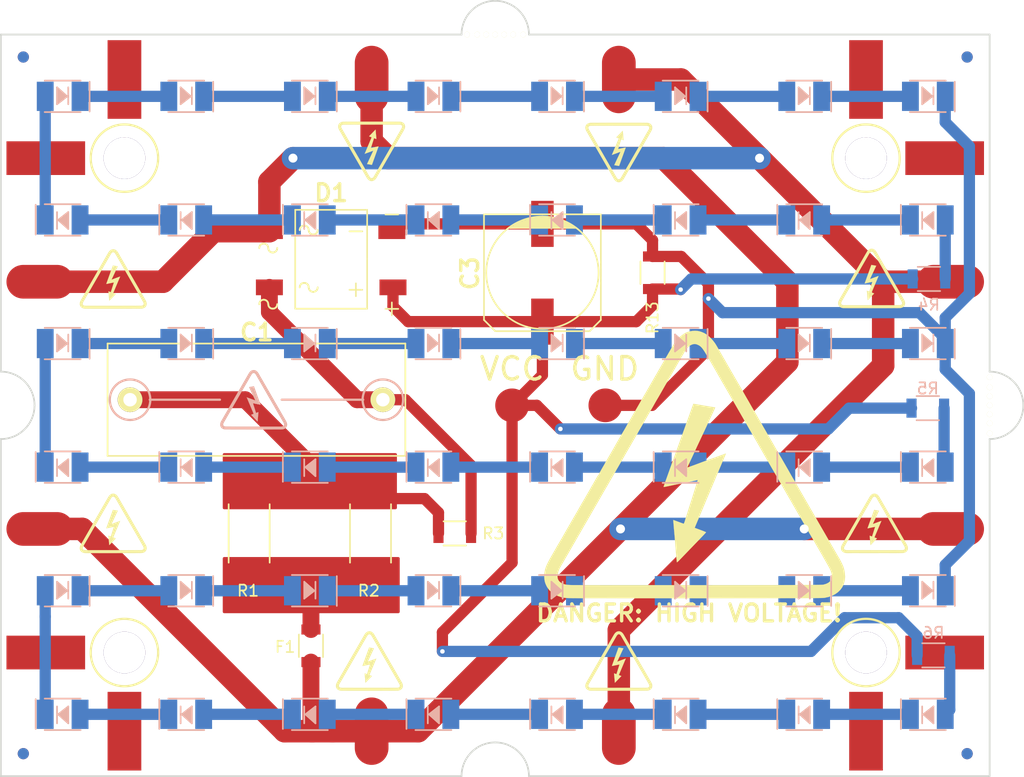
<source format=kicad_pcb>
(kicad_pcb (version 4) (host pcbnew 4.0.1-stable)
  (layers (0 F.Cu signal) (31 B.Cu signal) (34 B.Paste user) (35 F.Paste user) (36 B.SilkS user) (37 F.SilkS user) (38 B.Mask user) (39 F.Mask user) (44 Edge.Cuts user))
  (net 0 "")
  (net 1 "Net-(C1-Pad1)")
  (net 2 /LIVE)
  (net 3 VCC)
  (net 4 GND)
  (net 5 "Net-(D2-Pad1)")
  (net 6 "Net-(D3-Pad1)")
  (net 7 "Net-(D4-Pad1)")
  (net 8 "Net-(D5-Pad1)")
  (net 9 "Net-(D6-Pad1)")
  (net 10 "Net-(D7-Pad1)")
  (net 11 "Net-(D8-Pad1)")
  (net 12 "Net-(D18-Pad1)")
  (net 13 "Net-(D19-Pad1)")
  (net 14 "Net-(D20-Pad1)")
  (net 15 "Net-(D21-Pad1)")
  (net 16 "Net-(D22-Pad1)")
  (net 17 "Net-(D23-Pad1)")
  (net 18 "Net-(D24-Pad1)")
  (net 19 "Net-(D34-Pad1)")
  (net 20 "Net-(D35-Pad1)")
  (net 21 "Net-(D36-Pad1)")
  (net 22 "Net-(D37-Pad1)")
  (net 23 "Net-(D38-Pad1)")
  (net 24 "Net-(D39-Pad1)")
  (net 25 "Net-(D40-Pad1)")
  (net 26 /NEUTRAL)
  (net 27 "Net-(C1-Pad2)")
  (net 28 "Net-(D10-Pad2)")
  (net 29 "Net-(D18-Pad2)")
  (net 30 "Net-(D34-Pad2)")
  (net 31 "Net-(F1-Pad2)")
  (net 32 "Net-(D17-Pad2)")
  (net 33 "Net-(D11-Pad2)")
  (net 34 "Net-(D12-Pad2)")
  (net 35 "Net-(D13-Pad2)")
  (net 36 "Net-(D14-Pad2)")
  (net 37 "Net-(D15-Pad2)")
  (net 38 "Net-(D16-Pad2)")
  (net 39 "Net-(D26-Pad2)")
  (net 40 "Net-(D27-Pad2)")
  (net 41 "Net-(D28-Pad2)")
  (net 42 "Net-(D29-Pad2)")
  (net 43 "Net-(D30-Pad2)")
  (net 44 "Net-(D31-Pad2)")
  (net 45 "Net-(D32-Pad2)")
  (net 46 "Net-(D42-Pad2)")
  (net 47 "Net-(D43-Pad2)")
  (net 48 "Net-(D44-Pad2)")
  (net 49 "Net-(D45-Pad2)")
  (net 50 "Net-(D46-Pad2)")
  (net 51 "Net-(D47-Pad2)")
  (net 52 "Net-(D48-Pad2)")
  (net 53 "Net-(D10-Pad1)")
  (net 54 "Net-(D33-Pad2)")
  (net 55 "Net-(D49-Pad2)")
  (module Resistors_SMD:R_1206 (layer F.Cu) (at 140.4 98.4 180)
    (fp_text reference R3 (at -3.425 0 180) (layer F.SilkS))
    (fp_text value 1M hide)
    (pad 1 smd rect (at -1.45 0 180) (size 0.9 1.7) (layers F.Cu F.Paste F.Mask) (net 1 "Net-(C1-Pad1)"))
    (pad 2 smd rect (at 1.45 0 180) (size 0.9 1.7) (layers F.Cu F.Paste F.Mask) (net 27 "Net-(C1-Pad2)"))
  )
  (module Resistors_SMD:R_2512 (layer F.Cu) (at 122.1 98.4 270)
    (fp_text reference R1 (at 5.1 0.1 360) (layer F.SilkS))
    (fp_text value 1k3 hide)
    (pad 1 smd rect (at -3.1 0 270) (size 1 3.2) (layers F.Cu F.Paste F.Mask) (net 27 "Net-(C1-Pad2)"))
    (pad 2 smd rect (at 3.1 0 270) (size 1 3.2) (layers F.Cu F.Paste F.Mask) (net 31 "Net-(F1-Pad2)"))
  )
  (module Resistors_SMD:R_1206 (layer B.Cu) (at 183 109.25)
    (fp_text reference R6 (at 0 -2) (layer B.SilkS) (effects (justify mirror)))
    (fp_text value 330R hide)
    (pad 1 smd rect (at -1.45 0) (size 0.9 1.7) (layers B.Cu B.Paste B.Mask) (net 3 VCC))
    (pad 2 smd rect (at 1.45 0) (size 0.9 1.7) (layers B.Cu B.Paste B.Mask) (net 55 "Net-(D49-Pad2)"))
  )
  (module Footprint_Symbols:High_voltage_icon (layer F.Cu) (at 161.75 92.25)
    (fp_text reference G*** hide)
    (fp_text value LOGO hide)
  )
  (module Local:LED_3528 (layer B.Cu) (at 182.5 92.5)
    (fp_text reference D33 hide)
    (fp_text value UV_LED hide)
    (pad 1 smd rect (at -1.55 0) (size 1.5 2.6) (layers B.Cu B.Paste B.Mask) (net 45 "Net-(D32-Pad2)"))
    (pad 2 smd rect (at 1.55 0) (size 1.5 2.6) (layers B.Cu B.Paste B.Mask) (net 54 "Net-(D33-Pad2)"))
  )
  (module Local:LED_3528 (layer B.Cu) (at 182.5 114.5)
    (fp_text reference D49 hide)
    (fp_text value UV_LED hide)
    (pad 1 smd rect (at -1.55 0) (size 1.5 2.6) (layers B.Cu B.Paste B.Mask) (net 52 "Net-(D48-Pad2)"))
    (pad 2 smd rect (at 1.55 0) (size 1.5 2.6) (layers B.Cu B.Paste B.Mask) (net 55 "Net-(D49-Pad2)"))
  )
  (module Local:LED_3528 (layer B.Cu) (at 171.5 114.5)
    (fp_text reference D48 hide)
    (fp_text value UV_LED hide)
    (pad 1 smd rect (at -1.55 0) (size 1.5 2.6) (layers B.Cu B.Paste B.Mask) (net 51 "Net-(D47-Pad2)"))
    (pad 2 smd rect (at 1.55 0) (size 1.5 2.6) (layers B.Cu B.Paste B.Mask) (net 52 "Net-(D48-Pad2)"))
  )
  (module Local:LED_3528 (layer B.Cu) (at 160.5 114.5)
    (fp_text reference D47 hide)
    (fp_text value UV_LED hide)
    (pad 1 smd rect (at -1.55 0) (size 1.5 2.6) (layers B.Cu B.Paste B.Mask) (net 50 "Net-(D46-Pad2)"))
    (pad 2 smd rect (at 1.55 0) (size 1.5 2.6) (layers B.Cu B.Paste B.Mask) (net 51 "Net-(D47-Pad2)"))
  )
  (module Local:LED_3528 (layer B.Cu) (at 149.5 114.5)
    (fp_text reference D46 hide)
    (fp_text value UV_LED hide)
    (pad 1 smd rect (at -1.55 0) (size 1.5 2.6) (layers B.Cu B.Paste B.Mask) (net 49 "Net-(D45-Pad2)"))
    (pad 2 smd rect (at 1.55 0) (size 1.5 2.6) (layers B.Cu B.Paste B.Mask) (net 50 "Net-(D46-Pad2)"))
  )
  (module Local:LED_3528 (layer B.Cu) (at 138.5 114.5)
    (fp_text reference D45 hide)
    (fp_text value UV_LED hide)
    (pad 1 smd rect (at -1.55 0) (size 1.5 2.6) (layers B.Cu B.Paste B.Mask) (net 48 "Net-(D44-Pad2)"))
    (pad 2 smd rect (at 1.55 0) (size 1.5 2.6) (layers B.Cu B.Paste B.Mask) (net 49 "Net-(D45-Pad2)"))
  )
  (module Local:LED_3528 (layer B.Cu) (at 127.5 114.5)
    (fp_text reference D44 hide)
    (fp_text value UV_LED hide)
    (pad 1 smd rect (at -1.55 0) (size 1.5 2.6) (layers B.Cu B.Paste B.Mask) (net 47 "Net-(D43-Pad2)"))
    (pad 2 smd rect (at 1.55 0) (size 1.5 2.6) (layers B.Cu B.Paste B.Mask) (net 48 "Net-(D44-Pad2)"))
  )
  (module Local:LED_3528 (layer B.Cu) (at 116.5 114.5)
    (fp_text reference D43 hide)
    (fp_text value UV_LED hide)
    (pad 1 smd rect (at -1.55 0) (size 1.5 2.6) (layers B.Cu B.Paste B.Mask) (net 46 "Net-(D42-Pad2)"))
    (pad 2 smd rect (at 1.55 0) (size 1.5 2.6) (layers B.Cu B.Paste B.Mask) (net 47 "Net-(D43-Pad2)"))
  )
  (module Local:LED_3528 (layer B.Cu) (at 105.5 114.5)
    (fp_text reference D42 hide)
    (fp_text value UV_LED hide)
    (pad 1 smd rect (at -1.55 0) (size 1.5 2.6) (layers B.Cu B.Paste B.Mask) (net 30 "Net-(D34-Pad2)"))
    (pad 2 smd rect (at 1.55 0) (size 1.5 2.6) (layers B.Cu B.Paste B.Mask) (net 46 "Net-(D42-Pad2)"))
  )
  (module Local:LED_3528 (layer B.Cu) (at 182.5 103.5 180)
    (fp_text reference D41 hide)
    (fp_text value UV_LED hide)
    (pad 1 smd rect (at -1.55 0 180) (size 1.5 2.6) (layers B.Cu B.Paste B.Mask) (net 4 GND))
    (pad 2 smd rect (at 1.55 0 180) (size 1.5 2.6) (layers B.Cu B.Paste B.Mask) (net 25 "Net-(D40-Pad1)"))
  )
  (module Local:LED_3528 (layer B.Cu) (at 171.5 103.5 180)
    (fp_text reference D40 hide)
    (fp_text value UV_LED hide)
    (pad 1 smd rect (at -1.55 0 180) (size 1.5 2.6) (layers B.Cu B.Paste B.Mask) (net 25 "Net-(D40-Pad1)"))
    (pad 2 smd rect (at 1.55 0 180) (size 1.5 2.6) (layers B.Cu B.Paste B.Mask) (net 24 "Net-(D39-Pad1)"))
  )
  (module Local:LED_3528 (layer B.Cu) (at 160.5 103.5 180)
    (fp_text reference D39 hide)
    (fp_text value UV_LED hide)
    (pad 1 smd rect (at -1.55 0 180) (size 1.5 2.6) (layers B.Cu B.Paste B.Mask) (net 24 "Net-(D39-Pad1)"))
    (pad 2 smd rect (at 1.55 0 180) (size 1.5 2.6) (layers B.Cu B.Paste B.Mask) (net 23 "Net-(D38-Pad1)"))
  )
  (module Local:LED_3528 (layer B.Cu) (at 149.5 103.5 180)
    (fp_text reference D38 hide)
    (fp_text value UV_LED hide)
    (pad 1 smd rect (at -1.55 0 180) (size 1.5 2.6) (layers B.Cu B.Paste B.Mask) (net 23 "Net-(D38-Pad1)"))
    (pad 2 smd rect (at 1.55 0 180) (size 1.5 2.6) (layers B.Cu B.Paste B.Mask) (net 22 "Net-(D37-Pad1)"))
  )
  (module Local:LED_3528 (layer B.Cu) (at 138.5 103.5 180)
    (fp_text reference D37 hide)
    (fp_text value UV_LED hide)
    (pad 1 smd rect (at -1.55 0 180) (size 1.5 2.6) (layers B.Cu B.Paste B.Mask) (net 22 "Net-(D37-Pad1)"))
    (pad 2 smd rect (at 1.55 0 180) (size 1.5 2.6) (layers B.Cu B.Paste B.Mask) (net 21 "Net-(D36-Pad1)"))
  )
  (module Local:LED_3528 (layer B.Cu) (at 127.5 103.5 180)
    (fp_text reference D36 hide)
    (fp_text value UV_LED hide)
    (pad 1 smd rect (at -1.55 0 180) (size 1.5 2.6) (layers B.Cu B.Paste B.Mask) (net 21 "Net-(D36-Pad1)"))
    (pad 2 smd rect (at 1.55 0 180) (size 1.5 2.6) (layers B.Cu B.Paste B.Mask) (net 20 "Net-(D35-Pad1)"))
  )
  (module Local:LED_3528 (layer B.Cu) (at 116.5 103.5 180)
    (fp_text reference D35 hide)
    (fp_text value UV_LED hide)
    (pad 1 smd rect (at -1.55 0 180) (size 1.5 2.6) (layers B.Cu B.Paste B.Mask) (net 20 "Net-(D35-Pad1)"))
    (pad 2 smd rect (at 1.55 0 180) (size 1.5 2.6) (layers B.Cu B.Paste B.Mask) (net 19 "Net-(D34-Pad1)"))
  )
  (module Local:LED_3528 (layer B.Cu) (at 105.5 103.5 180)
    (fp_text reference D34 hide)
    (fp_text value UV_LED hide)
    (pad 1 smd rect (at -1.55 0 180) (size 1.5 2.6) (layers B.Cu B.Paste B.Mask) (net 19 "Net-(D34-Pad1)"))
    (pad 2 smd rect (at 1.55 0 180) (size 1.5 2.6) (layers B.Cu B.Paste B.Mask) (net 30 "Net-(D34-Pad2)"))
  )
  (module Local:LED_3528 (layer B.Cu) (at 171.5 92.5)
    (fp_text reference D32 hide)
    (fp_text value UV_LED hide)
    (pad 1 smd rect (at -1.55 0) (size 1.5 2.6) (layers B.Cu B.Paste B.Mask) (net 44 "Net-(D31-Pad2)"))
    (pad 2 smd rect (at 1.55 0) (size 1.5 2.6) (layers B.Cu B.Paste B.Mask) (net 45 "Net-(D32-Pad2)"))
  )
  (module Local:LED_3528 (layer B.Cu) (at 160.5 92.5)
    (fp_text reference D31 hide)
    (fp_text value UV_LED hide)
    (pad 1 smd rect (at -1.55 0) (size 1.5 2.6) (layers B.Cu B.Paste B.Mask) (net 43 "Net-(D30-Pad2)"))
    (pad 2 smd rect (at 1.55 0) (size 1.5 2.6) (layers B.Cu B.Paste B.Mask) (net 44 "Net-(D31-Pad2)"))
  )
  (module Local:LED_3528 (layer B.Cu) (at 149.5 92.5)
    (fp_text reference D30 hide)
    (fp_text value UV_LED hide)
    (pad 1 smd rect (at -1.55 0) (size 1.5 2.6) (layers B.Cu B.Paste B.Mask) (net 42 "Net-(D29-Pad2)"))
    (pad 2 smd rect (at 1.55 0) (size 1.5 2.6) (layers B.Cu B.Paste B.Mask) (net 43 "Net-(D30-Pad2)"))
  )
  (module Local:LED_3528 (layer B.Cu) (at 138.5 92.5)
    (fp_text reference D29 hide)
    (fp_text value UV_LED hide)
    (pad 1 smd rect (at -1.55 0) (size 1.5 2.6) (layers B.Cu B.Paste B.Mask) (net 41 "Net-(D28-Pad2)"))
    (pad 2 smd rect (at 1.55 0) (size 1.5 2.6) (layers B.Cu B.Paste B.Mask) (net 42 "Net-(D29-Pad2)"))
  )
  (module Local:LED_3528 (layer B.Cu) (at 127.5 92.5)
    (fp_text reference D28 hide)
    (fp_text value UV_LED hide)
    (pad 1 smd rect (at -1.55 0) (size 1.5 2.6) (layers B.Cu B.Paste B.Mask) (net 40 "Net-(D27-Pad2)"))
    (pad 2 smd rect (at 1.55 0) (size 1.5 2.6) (layers B.Cu B.Paste B.Mask) (net 41 "Net-(D28-Pad2)"))
  )
  (module Local:LED_3528 (layer B.Cu) (at 116.5 92.5)
    (fp_text reference D27 hide)
    (fp_text value UV_LED hide)
    (pad 1 smd rect (at -1.55 0) (size 1.5 2.6) (layers B.Cu B.Paste B.Mask) (net 39 "Net-(D26-Pad2)"))
    (pad 2 smd rect (at 1.55 0) (size 1.5 2.6) (layers B.Cu B.Paste B.Mask) (net 40 "Net-(D27-Pad2)"))
  )
  (module Local:LED_3528 (layer B.Cu) (at 105.5 92.5)
    (fp_text reference D26 hide)
    (fp_text value UV_LED hide)
    (pad 1 smd rect (at -1.55 0) (size 1.5 2.6) (layers B.Cu B.Paste B.Mask) (net 29 "Net-(D18-Pad2)"))
    (pad 2 smd rect (at 1.55 0) (size 1.5 2.6) (layers B.Cu B.Paste B.Mask) (net 39 "Net-(D26-Pad2)"))
  )
  (module Local:LED_3528 (layer B.Cu) (at 182.5 81.5 180)
    (fp_text reference D25 hide)
    (fp_text value UV_LED hide)
    (pad 1 smd rect (at -1.55 0 180) (size 1.5 2.6) (layers B.Cu B.Paste B.Mask) (net 4 GND))
    (pad 2 smd rect (at 1.55 0 180) (size 1.5 2.6) (layers B.Cu B.Paste B.Mask) (net 18 "Net-(D24-Pad1)"))
  )
  (module Local:LED_3528 (layer B.Cu) (at 171.5 81.5 180)
    (fp_text reference D24 hide)
    (fp_text value UV_LED hide)
    (pad 1 smd rect (at -1.55 0 180) (size 1.5 2.6) (layers B.Cu B.Paste B.Mask) (net 18 "Net-(D24-Pad1)"))
    (pad 2 smd rect (at 1.55 0 180) (size 1.5 2.6) (layers B.Cu B.Paste B.Mask) (net 17 "Net-(D23-Pad1)"))
  )
  (module Local:LED_3528 (layer B.Cu) (at 160.5 81.5 180)
    (fp_text reference D23 hide)
    (fp_text value UV_LED hide)
    (pad 1 smd rect (at -1.55 0 180) (size 1.5 2.6) (layers B.Cu B.Paste B.Mask) (net 17 "Net-(D23-Pad1)"))
    (pad 2 smd rect (at 1.55 0 180) (size 1.5 2.6) (layers B.Cu B.Paste B.Mask) (net 16 "Net-(D22-Pad1)"))
  )
  (module Local:LED_3528 (layer B.Cu) (at 149.5 81.5 180)
    (fp_text reference D22 hide)
    (fp_text value UV_LED hide)
    (pad 1 smd rect (at -1.55 0 180) (size 1.5 2.6) (layers B.Cu B.Paste B.Mask) (net 16 "Net-(D22-Pad1)"))
    (pad 2 smd rect (at 1.55 0 180) (size 1.5 2.6) (layers B.Cu B.Paste B.Mask) (net 15 "Net-(D21-Pad1)"))
  )
  (module Local:LED_3528 (layer B.Cu) (at 138.5 81.5 180)
    (fp_text reference D21 hide)
    (fp_text value UV_LED hide)
    (pad 1 smd rect (at -1.55 0 180) (size 1.5 2.6) (layers B.Cu B.Paste B.Mask) (net 15 "Net-(D21-Pad1)"))
    (pad 2 smd rect (at 1.55 0 180) (size 1.5 2.6) (layers B.Cu B.Paste B.Mask) (net 14 "Net-(D20-Pad1)"))
  )
  (module Local:LED_3528 (layer B.Cu) (at 127.5 81.5 180)
    (fp_text reference D20 hide)
    (fp_text value UV_LED hide)
    (pad 1 smd rect (at -1.55 0 180) (size 1.5 2.6) (layers B.Cu B.Paste B.Mask) (net 14 "Net-(D20-Pad1)"))
    (pad 2 smd rect (at 1.55 0 180) (size 1.5 2.6) (layers B.Cu B.Paste B.Mask) (net 13 "Net-(D19-Pad1)"))
  )
  (module Local:LED_3528 (layer B.Cu) (at 116.5 81.5 180)
    (fp_text reference D19 hide)
    (fp_text value UV_LED hide)
    (pad 1 smd rect (at -1.55 0 180) (size 1.5 2.6) (layers B.Cu B.Paste B.Mask) (net 13 "Net-(D19-Pad1)"))
    (pad 2 smd rect (at 1.55 0 180) (size 1.5 2.6) (layers B.Cu B.Paste B.Mask) (net 12 "Net-(D18-Pad1)"))
  )
  (module Local:LED_3528 (layer B.Cu) (at 105.5 81.5 180)
    (fp_text reference D18 hide)
    (fp_text value UV_LED hide)
    (pad 1 smd rect (at -1.55 0 180) (size 1.5 2.6) (layers B.Cu B.Paste B.Mask) (net 12 "Net-(D18-Pad1)"))
    (pad 2 smd rect (at 1.55 0 180) (size 1.5 2.6) (layers B.Cu B.Paste B.Mask) (net 29 "Net-(D18-Pad2)"))
  )
  (module Local:LED_3528 (layer B.Cu) (at 182.5 70.5)
    (fp_text reference D17 hide)
    (fp_text value UV_LED hide)
    (pad 1 smd rect (at -1.55 0) (size 1.5 2.6) (layers B.Cu B.Paste B.Mask) (net 38 "Net-(D16-Pad2)"))
    (pad 2 smd rect (at 1.55 0) (size 1.5 2.6) (layers B.Cu B.Paste B.Mask) (net 32 "Net-(D17-Pad2)"))
  )
  (module Local:LED_3528 (layer B.Cu) (at 171.5 70.5)
    (fp_text reference D16 hide)
    (fp_text value UV_LED hide)
    (pad 1 smd rect (at -1.55 0) (size 1.5 2.6) (layers B.Cu B.Paste B.Mask) (net 37 "Net-(D15-Pad2)"))
    (pad 2 smd rect (at 1.55 0) (size 1.5 2.6) (layers B.Cu B.Paste B.Mask) (net 38 "Net-(D16-Pad2)"))
  )
  (module Local:LED_3528 (layer B.Cu) (at 160.5 70.5)
    (fp_text reference D15 hide)
    (fp_text value UV_LED hide)
    (pad 1 smd rect (at -1.55 0) (size 1.5 2.6) (layers B.Cu B.Paste B.Mask) (net 36 "Net-(D14-Pad2)"))
    (pad 2 smd rect (at 1.55 0) (size 1.5 2.6) (layers B.Cu B.Paste B.Mask) (net 37 "Net-(D15-Pad2)"))
  )
  (module Local:LED_3528 (layer B.Cu) (at 149.5 70.5)
    (fp_text reference D14 hide)
    (fp_text value UV_LED hide)
    (pad 1 smd rect (at -1.55 0) (size 1.5 2.6) (layers B.Cu B.Paste B.Mask) (net 35 "Net-(D13-Pad2)"))
    (pad 2 smd rect (at 1.55 0) (size 1.5 2.6) (layers B.Cu B.Paste B.Mask) (net 36 "Net-(D14-Pad2)"))
  )
  (module Local:LED_3528 (layer B.Cu) (at 138.5 70.5)
    (fp_text reference D13 hide)
    (fp_text value UV_LED hide)
    (pad 1 smd rect (at -1.55 0) (size 1.5 2.6) (layers B.Cu B.Paste B.Mask) (net 34 "Net-(D12-Pad2)"))
    (pad 2 smd rect (at 1.55 0) (size 1.5 2.6) (layers B.Cu B.Paste B.Mask) (net 35 "Net-(D13-Pad2)"))
  )
  (module Local:LED_3528 (layer B.Cu) (at 127.5 70.5)
    (fp_text reference D12 hide)
    (fp_text value UV_LED hide)
    (pad 1 smd rect (at -1.55 0) (size 1.5 2.6) (layers B.Cu B.Paste B.Mask) (net 33 "Net-(D11-Pad2)"))
    (pad 2 smd rect (at 1.55 0) (size 1.5 2.6) (layers B.Cu B.Paste B.Mask) (net 34 "Net-(D12-Pad2)"))
  )
  (module Local:LED_3528 (layer B.Cu) (at 116.5 70.5)
    (fp_text reference D11 hide)
    (fp_text value UV_LED hide)
    (pad 1 smd rect (at -1.55 0) (size 1.5 2.6) (layers B.Cu B.Paste B.Mask) (net 28 "Net-(D10-Pad2)"))
    (pad 2 smd rect (at 1.55 0) (size 1.5 2.6) (layers B.Cu B.Paste B.Mask) (net 33 "Net-(D11-Pad2)"))
  )
  (module Local:LED_3528 (layer B.Cu) (at 105.5 70.5)
    (fp_text reference D10 hide)
    (fp_text value UV_LED hide)
    (pad 1 smd rect (at -1.55 0) (size 1.5 2.6) (layers B.Cu B.Paste B.Mask) (net 53 "Net-(D10-Pad1)"))
    (pad 2 smd rect (at 1.55 0) (size 1.5 2.6) (layers B.Cu B.Paste B.Mask) (net 28 "Net-(D10-Pad2)"))
  )
  (module Local:LED_3528 (layer B.Cu) (at 182.5 59.5 180)
    (fp_text reference D9 hide)
    (fp_text value UV_LED hide)
    (pad 1 smd rect (at -1.55 0 180) (size 1.5 2.6) (layers B.Cu B.Paste B.Mask) (net 4 GND))
    (pad 2 smd rect (at 1.55 0 180) (size 1.5 2.6) (layers B.Cu B.Paste B.Mask) (net 11 "Net-(D8-Pad1)"))
  )
  (module Local:LED_3528 (layer B.Cu) (at 171.5 59.5 180)
    (fp_text reference D8 hide)
    (fp_text value UV_LED hide)
    (pad 1 smd rect (at -1.55 0 180) (size 1.5 2.6) (layers B.Cu B.Paste B.Mask) (net 11 "Net-(D8-Pad1)"))
    (pad 2 smd rect (at 1.55 0 180) (size 1.5 2.6) (layers B.Cu B.Paste B.Mask) (net 10 "Net-(D7-Pad1)"))
  )
  (module Local:LED_3528 (layer B.Cu) (at 160.5 59.5 180)
    (fp_text reference D7 hide)
    (fp_text value UV_LED hide)
    (pad 1 smd rect (at -1.55 0 180) (size 1.5 2.6) (layers B.Cu B.Paste B.Mask) (net 10 "Net-(D7-Pad1)"))
    (pad 2 smd rect (at 1.55 0 180) (size 1.5 2.6) (layers B.Cu B.Paste B.Mask) (net 9 "Net-(D6-Pad1)"))
  )
  (module Local:LED_3528 (layer B.Cu) (at 149.5 59.5 180)
    (fp_text reference D6 hide)
    (fp_text value UV_LED hide)
    (pad 1 smd rect (at -1.55 0 180) (size 1.5 2.6) (layers B.Cu B.Paste B.Mask) (net 9 "Net-(D6-Pad1)"))
    (pad 2 smd rect (at 1.55 0 180) (size 1.5 2.6) (layers B.Cu B.Paste B.Mask) (net 8 "Net-(D5-Pad1)"))
  )
  (module Local:LED_3528 (layer B.Cu) (at 138.5 59.5 180)
    (fp_text reference D5 hide)
    (fp_text value UV_LED hide)
    (pad 1 smd rect (at -1.55 0 180) (size 1.5 2.6) (layers B.Cu B.Paste B.Mask) (net 8 "Net-(D5-Pad1)"))
    (pad 2 smd rect (at 1.55 0 180) (size 1.5 2.6) (layers B.Cu B.Paste B.Mask) (net 7 "Net-(D4-Pad1)"))
  )
  (module Local:LED_3528 (layer B.Cu) (at 127.5 59.5 180)
    (fp_text reference D4 hide)
    (fp_text value UV_LED hide)
    (pad 1 smd rect (at -1.55 0 180) (size 1.5 2.6) (layers B.Cu B.Paste B.Mask) (net 7 "Net-(D4-Pad1)"))
    (pad 2 smd rect (at 1.55 0 180) (size 1.5 2.6) (layers B.Cu B.Paste B.Mask) (net 6 "Net-(D3-Pad1)"))
  )
  (module Local:LED_3528 (layer B.Cu) (at 116.5 59.5 180)
    (fp_text reference D3 hide)
    (fp_text value UV_LED hide)
    (pad 1 smd rect (at -1.55 0 180) (size 1.5 2.6) (layers B.Cu B.Paste B.Mask) (net 6 "Net-(D3-Pad1)"))
    (pad 2 smd rect (at 1.55 0 180) (size 1.5 2.6) (layers B.Cu B.Paste B.Mask) (net 5 "Net-(D2-Pad1)"))
  )
  (module Local:LED_3528 (layer B.Cu) (at 105.5 59.5 180)
    (fp_text reference D2 hide)
    (fp_text value UV_LED hide)
    (pad 1 smd rect (at -1.55 0 180) (size 1.5 2.6) (layers B.Cu B.Paste B.Mask) (net 5 "Net-(D2-Pad1)"))
    (pad 2 smd rect (at 1.55 0 180) (size 1.5 2.6) (layers B.Cu B.Paste B.Mask) (net 53 "Net-(D10-Pad1)"))
  )
  (module Mounting_Holes:MountingHole_3-7mm (layer F.Cu) (at 111 65)
    (fp_text reference H1 hide)
    (fp_text value MOUNTING_HOLE hide)
    (pad 1 thru_hole circle (at 0 0) (size 3.70078 3.70078) (drill 3.70078) (layers))
  )
  (module Mounting_Holes:MountingHole_3-7mm (layer F.Cu) (at 177 65)
    (fp_text reference H2 hide)
    (fp_text value MOUNTING_HOLE hide)
    (pad 1 thru_hole circle (at 0 0) (size 3.70078 3.70078) (drill 3.70078) (layers))
  )
  (module Mounting_Holes:MountingHole_3-7mm (layer F.Cu) (at 111 109)
    (fp_text reference H3 hide)
    (fp_text value MOUNTING_HOLE hide)
    (pad 1 thru_hole circle (at 0 0) (size 3.70078 3.70078) (drill 3.70078) (layers))
  )
  (module Mounting_Holes:MountingHole_3-7mm (layer F.Cu) (at 177 109)
    (fp_text reference H4 hide)
    (fp_text value MOUNTING_HOLE hide)
    (pad 1 thru_hole circle (at 0 0) (size 3.70078 3.70078) (drill 3.70078) (layers))
  )
  (module Local:SMD_CONN (layer F.Cu) (at 184.5 98)
    (fp_text reference P1 hide)
    (fp_text value SMD_CONN hide)
    (pad 1 smd oval (at 0 0) (size 6 3) (layers F.Cu F.Paste F.Mask) (net 2 /LIVE))
  )
  (module Local:SMD_CONN (layer F.Cu) (at 103.5 76)
    (fp_text reference P2 hide)
    (fp_text value SMD_CONN hide)
    (pad 1 smd oval (at 0 0) (size 6 3) (layers F.Cu F.Paste F.Mask) (net 26 /NEUTRAL))
  )
  (module Local:SMD_CONN (layer F.Cu) (at 103.5 98)
    (fp_text reference P3 hide)
    (fp_text value SMD_CONN hide)
    (pad 1 smd oval (at 0 0) (size 6 3) (layers F.Cu F.Paste F.Mask) (net 2 /LIVE))
  )
  (module Local:SMD_CONN (layer F.Cu) (at 184.5 76)
    (fp_text reference P4 hide)
    (fp_text value SMD_CONN hide)
    (pad 1 smd oval (at 0 0) (size 6 3) (layers F.Cu F.Paste F.Mask) (net 26 /NEUTRAL))
  )
  (module Local:SMD_CONN (layer F.Cu) (at 133 58 90)
    (fp_text reference P7 hide)
    (fp_text value SMD_CONN hide)
    (pad 1 smd oval (at 0 0 90) (size 6 3) (layers F.Cu F.Paste F.Mask) (net 2 /LIVE))
  )
  (module Local:SMD_CONN (layer F.Cu) (at 155 58 90)
    (fp_text reference P8 hide)
    (fp_text value SMD_CONN hide)
    (pad 1 smd oval (at 0 0 90) (size 6 3) (layers F.Cu F.Paste F.Mask) (net 26 /NEUTRAL))
  )
  (module Local:SMD_CONN (layer F.Cu) (at 133 116 90)
    (fp_text reference P9 hide)
    (fp_text value SMD_CONN hide)
    (pad 1 smd oval (at 0 0 90) (size 6 3) (layers F.Cu F.Paste F.Mask) (net 2 /LIVE))
  )
  (module Local:SMD_CONN (layer F.Cu) (at 155 116 90)
    (fp_text reference P10 hide)
    (fp_text value SMD_CONN hide)
    (pad 1 smd oval (at 0 0 90) (size 6 3) (layers F.Cu F.Paste F.Mask) (net 26 /NEUTRAL))
  )
  (module Local:SMD_HCONN (layer F.Cu) (at 104 65)
    (fp_text reference H5 hide)
    (fp_text value SMD_HCONN hide)
    (pad 1 smd rect (at 0 0) (size 7 3) (layers F.Cu F.Paste F.Mask))
  )
  (module Local:SMD_HCONN (layer F.Cu) (at 104 109)
    (fp_text reference H6 hide)
    (fp_text value SMD_HCONN hide)
    (pad 1 smd rect (at 0 0) (size 7 3) (layers F.Cu F.Paste F.Mask))
  )
  (module Local:SMD_HCONN (layer F.Cu) (at 184 65)
    (fp_text reference H7 hide)
    (fp_text value SMD_HCONN hide)
    (pad 1 smd rect (at 0 0) (size 7 3) (layers F.Cu F.Paste F.Mask))
  )
  (module Local:SMD_HCONN (layer F.Cu) (at 184 109)
    (fp_text reference H8 hide)
    (fp_text value SMD_HCONN hide)
    (pad 1 smd rect (at 0 0) (size 7 3) (layers F.Cu F.Paste F.Mask))
  )
  (module Local:SMD_HCONN (layer F.Cu) (at 111 58 90)
    (fp_text reference H9 hide)
    (fp_text value SMD_HCONN hide)
    (pad 1 smd rect (at 0 0 90) (size 7 3) (layers F.Cu F.Paste F.Mask))
  )
  (module Local:SMD_HCONN (layer F.Cu) (at 177 58 90)
    (fp_text reference H10 hide)
    (fp_text value SMD_HCONN hide)
    (pad 1 smd rect (at 0 0 90) (size 7 3) (layers F.Cu F.Paste F.Mask))
  )
  (module Local:SMD_HCONN (layer F.Cu) (at 111 116 90)
    (fp_text reference H11 hide)
    (fp_text value SMD_HCONN hide)
    (pad 1 smd rect (at 0 0 90) (size 7 3) (layers F.Cu F.Paste F.Mask))
  )
  (module Local:SMD_HCONN (layer F.Cu) (at 177 116 90)
    (fp_text reference H12 hide)
    (fp_text value SMD_HCONN hide)
    (pad 1 smd rect (at 0 0 90) (size 7 3) (layers F.Cu F.Paste F.Mask))
  )
  (module Local:FIDUCIAL (layer F.Cu) (at 102 118)
    (fp_text reference F3 hide)
    (fp_text value FIDUCIAL hide)
    (pad 1 smd circle (at 0 0) (size 1 1) (layers F.Cu F.Mask) (clearance 0.5))
  )
  (module Local:FIDUCIAL (layer B.Cu) (at 186 118)
    (fp_text reference F4 hide)
    (fp_text value FIDUCIAL hide)
    (pad 1 smd circle (at 0 0) (size 1 1) (layers B.Cu B.Mask) (clearance 0.5))
  )
  (module Local:FIDUCIAL (layer F.Cu) (at 186 118)
    (fp_text reference F5 hide)
    (fp_text value FIDUCIAL hide)
    (pad 1 smd circle (at 0 0) (size 1 1) (layers F.Cu F.Mask) (clearance 0.5))
  )
  (module Local:FIDUCIAL (layer B.Cu) (at 102 56)
    (fp_text reference F6 hide)
    (fp_text value FIDUCIAL hide)
    (pad 1 smd circle (at 0 0) (size 1 1) (layers B.Cu B.Mask) (clearance 0.5))
  )
  (module Local:FIDUCIAL (layer B.Cu) (at 102 118)
    (fp_text reference F7 hide)
    (fp_text value FIDUCIAL hide)
    (pad 1 smd circle (at 0 0) (size 1 1) (layers B.Cu B.Mask) (clearance 0.5))
  )
  (module Local:FIDUCIAL (layer F.Cu) (at 186 56)
    (fp_text reference F8 hide)
    (fp_text value FIDUCIAL hide)
    (pad 1 smd circle (at 0 0) (size 1 1) (layers F.Cu F.Mask) (clearance 0.5))
  )
  (module Local:FIDUCIAL (layer B.Cu) (at 186 56)
    (fp_text reference F9 hide)
    (fp_text value FIDUCIAL hide)
    (pad 1 smd circle (at 0 0) (size 1 1) (layers B.Cu B.Mask) (clearance 0.5))
  )
  (module Local:FIDUCIAL (layer F.Cu) (at 102 56)
    (fp_text reference F2 hide)
    (fp_text value FIDUCIAL hide)
    (pad 1 smd circle (at 0 0) (size 1 1) (layers F.Cu F.Mask) (clearance 0.5))
  )
  (module Footprint_Symbols:High_voltage_icon_small (layer F.Cu) (at 177.5 75.7)
    (fp_text reference G*** hide)
    (fp_text value LOGO hide)
  )
  (module Footprint_Symbols:High_voltage_icon_small (layer F.Cu) (at 177.75 97.5)
    (fp_text reference G*** hide)
    (fp_text value LOGO hide)
  )
  (module Footprint_Symbols:High_voltage_icon_small (layer F.Cu) (at 155 109.75)
    (fp_text reference G*** hide)
    (fp_text value LOGO hide)
  )
  (module Footprint_Symbols:High_voltage_icon_small (layer F.Cu) (at 132.8 109.75)
    (fp_text reference G*** hide)
    (fp_text value LOGO hide)
  )
  (module Footprint_Symbols:High_voltage_icon_small (layer F.Cu) (at 110 97.5)
    (fp_text reference G*** hide)
    (fp_text value LOGO hide)
  )
  (module Footprint_Symbols:High_voltage_icon_small (layer F.Cu) (at 110 75.75)
    (fp_text reference G*** hide)
    (fp_text value LOGO hide)
  )
  (module Footprint_Symbols:High_voltage_icon_small (layer F.Cu) (at 133 64.4 180)
    (fp_text reference G*** hide)
    (fp_text value LOGO hide)
  )
  (module Footprint_Symbols:High_voltage_icon_small (layer F.Cu) (at 155 64.5 180)
    (fp_text reference G*** hide)
    (fp_text value LOGO hide)
  )
  (module Footprint_Symbols:High_voltage_icon_small (layer B.Cu) (at 122.5 86.5 180)
    (fp_text reference G*** hide)
    (fp_text value LOGO hide)
  )
  (module Local:TAB_BREAK_HOLE (layer F.Cu) (at 144 54)
    (fp_text reference REF** hide)
    (fp_text value TAB_BREAK_HOLE hide)
    (pad "" np_thru_hole circle (at 0 0) (size 0.5 0.5) (drill 0.5) (layers *.Cu F.SilkS))
    (pad "" np_thru_hole circle (at 2.5 0) (size 0.5 0.5) (drill 0.5) (layers *.Cu F.SilkS))
    (pad "" np_thru_hole circle (at -2.5 0) (size 0.5 0.5) (drill 0.5) (layers *.Cu F.SilkS))
    (pad "" np_thru_hole circle (at -1.6 0) (size 0.5 0.5) (drill 0.5) (layers *.Cu F.SilkS))
    (pad "" np_thru_hole circle (at 0.8 0) (size 0.5 0.5) (drill 0.5) (layers *.Cu F.SilkS))
    (pad "" np_thru_hole circle (at 1.6 0) (size 0.5 0.5) (drill 0.5) (layers *.Cu F.SilkS))
    (pad "" np_thru_hole circle (at -0.8 0) (size 0.5 0.5) (drill 0.5) (layers *.Cu F.SilkS))
  )
  (module Local:TAB_BREAK_HOLE (layer F.Cu) (at 188 87 90)
    (fp_text reference REF** hide)
    (fp_text value TAB_BREAK_HOLE hide)
    (pad "" np_thru_hole circle (at 0 0 90) (size 0.5 0.5) (drill 0.5) (layers *.Cu F.SilkS))
    (pad "" np_thru_hole circle (at 2.5 0 90) (size 0.5 0.5) (drill 0.5) (layers *.Cu F.SilkS))
    (pad "" np_thru_hole circle (at -2.5 0 90) (size 0.5 0.5) (drill 0.5) (layers *.Cu F.SilkS))
    (pad "" np_thru_hole circle (at -1.6 0 90) (size 0.5 0.5) (drill 0.5) (layers *.Cu F.SilkS))
    (pad "" np_thru_hole circle (at 0.8 0 90) (size 0.5 0.5) (drill 0.5) (layers *.Cu F.SilkS))
    (pad "" np_thru_hole circle (at 1.6 0 90) (size 0.5 0.5) (drill 0.5) (layers *.Cu F.SilkS))
    (pad "" np_thru_hole circle (at -0.8 0 90) (size 0.5 0.5) (drill 0.5) (layers *.Cu F.SilkS))
  )
  (module Local:Capacitor_film_26.5x10 (layer F.Cu) (at 122.75 86.5 180)
    (fp_text reference C1 (at -0.025 6 180) (layer F.SilkS) (effects (font (size 1.5 1.5) (thickness 0.3))))
    (fp_text value 1uF hide)
    (pad 1 thru_hole circle (at -11.25 0 180) (size 2.2 2.2) (drill 1.2) (layers *.Cu *.Mask F.SilkS) (net 1 "Net-(C1-Pad1)"))
    (pad 2 thru_hole circle (at 11.25 0 180) (size 2.2 2.2) (drill 1.2) (layers *.Cu *.Mask F.SilkS) (net 27 "Net-(C1-Pad2)"))
  )
  (module Local:DB104S (layer F.Cu) (at 129.4 74 180)
    (fp_text reference D1 (at 0 5.9 180) (layer F.SilkS) (effects (font (size 1.5 1.5) (thickness 0.3))))
    (fp_text value "MULTICOMP DB104S" hide)
    (fp_text user - (at -5.4 4.1 180) (layer F.SilkS) (effects (font (size 1.5 1.5))))
    (fp_text user + (at -5.4 -4.3 180) (layer F.SilkS) (effects (font (size 1.5 1.5))))
    (fp_text user - (at -2.2 2.6 180) (layer F.SilkS) (effects (font (size 1.5 1.5))))
    (fp_text user + (at -2.2 -2.6 180) (layer F.SilkS) (effects (font (size 1.5 1.5))))
    (pad 3 smd rect (at -5.5 -2.5 180) (size 2.4 1.4) (layers F.Cu F.Paste F.Mask) (net 3 VCC))
    (pad 1 smd rect (at -5.4 2.5 180) (size 2.4 1.4) (layers F.Cu F.Paste F.Mask) (net 4 GND))
    (pad 4 smd rect (at 5.5 -2.5 180) (size 2.4 1.4) (layers F.Cu F.Paste F.Mask) (net 1 "Net-(C1-Pad1)"))
    (pad 2 smd rect (at 5.5 2.5 180) (size 2.4 1.4) (layers F.Cu F.Paste F.Mask) (net 26 /NEUTRAL))
  )
  (module Resistors_SMD:R_1206 (layer F.Cu) (at 127.6 108.4 90)
    (fp_text reference F1 (at -0.1 -2.3 180) (layer F.SilkS))
    (fp_text value F_Small hide)
    (pad 1 smd rect (at -1.45 0 90) (size 0.9 1.7) (layers F.Cu F.Paste F.Mask) (net 2 /LIVE))
    (pad 2 smd rect (at 1.45 0 90) (size 0.9 1.7) (layers F.Cu F.Paste F.Mask) (net 31 "Net-(F1-Pad2)"))
  )
  (module Resistors_SMD:R_2512 (layer F.Cu) (at 132.9 98.4 270)
    (fp_text reference R2 (at 5.1 0.15 360) (layer F.SilkS))
    (fp_text value 1k3 hide)
    (pad 1 smd rect (at -3.1 0 270) (size 1 3.2) (layers F.Cu F.Paste F.Mask) (net 27 "Net-(C1-Pad2)"))
    (pad 2 smd rect (at 3.1 0 270) (size 1 3.2) (layers F.Cu F.Paste F.Mask) (net 31 "Net-(F1-Pad2)"))
  )
  (module Resistors_SMD:R_1206 (layer F.Cu) (at 158 75.2 270)
    (fp_text reference R13 (at 4 0 270) (layer F.SilkS))
    (fp_text value 1M hide)
    (pad 1 smd rect (at -1.45 0 270) (size 0.9 1.7) (layers F.Cu F.Paste F.Mask) (net 4 GND))
    (pad 2 smd rect (at 1.45 0 270) (size 0.9 1.7) (layers F.Cu F.Paste F.Mask) (net 3 VCC))
  )
  (module Local:TESTPOINT_SMD_3MM (layer F.Cu) (at 145.5 87)
    (fp_text reference P5 hide)
    (fp_text value CONN_01X01 hide)
    (pad 1 smd circle (at 0 0) (size 3 3) (layers F.Cu F.Paste F.Mask) (net 3 VCC))
  )
  (module Local:TESTPOINT_SMD_3MM (layer F.Cu) (at 153.8 87)
    (fp_text reference P6 hide)
    (fp_text value CONN_01X01 hide)
    (pad 1 smd circle (at 0 0) (size 3 3) (layers F.Cu F.Paste F.Mask) (net 4 GND))
  )
  (module Local:Capacitor_Panasonic_G13 (layer F.Cu) (at 148.2 75.2 270)
    (fp_text reference C3 (at 0.05 6.45 450) (layer F.SilkS) (effects (font (size 1.5 1.5) (thickness 0.3))))
    (fp_text value 47uF hide)
    (pad 2 smd rect (at -4.35 0 270) (size 4.1 2) (layers F.Cu F.Paste F.Mask) (net 4 GND))
    (pad 1 smd rect (at 4.35 0 270) (size 4.1 2) (layers F.Cu F.Paste F.Mask) (net 3 VCC))
  )
  (module Resistors_SMD:R_1206 (layer B.Cu) (at 182.6 75.75)
    (fp_text reference R4 (at 0 2.3) (layer B.SilkS) (effects (justify mirror)))
    (fp_text value 330R hide)
    (pad 1 smd rect (at -1.45 0) (size 0.9 1.7) (layers B.Cu B.Paste B.Mask) (net 3 VCC))
    (pad 2 smd rect (at 1.45 0) (size 0.9 1.7) (layers B.Cu B.Paste B.Mask) (net 32 "Net-(D17-Pad2)"))
  )
  (module Resistors_SMD:R_1206 (layer B.Cu) (at 182.5 87.25)
    (fp_text reference R5 (at 0 -1.75) (layer B.SilkS) (effects (justify mirror)))
    (fp_text value 330R hide)
    (pad 1 smd rect (at -1.45 0) (size 0.9 1.7) (layers B.Cu B.Paste B.Mask) (net 3 VCC))
    (pad 2 smd rect (at 1.45 0) (size 0.9 1.7) (layers B.Cu B.Paste B.Mask) (net 54 "Net-(D33-Pad2)"))
  )
  (gr_line (start 132.25 86.5) (end 125 86.5) (layer B.SilkS) (width 0.2))
  (gr_line (start 113.25 86.5) (end 119.5 86.5) (layer B.SilkS) (width 0.2))
  (gr_circle (center 134 86.5) (end 135.5 87.5) (layer B.SilkS) (width 0.2))
  (gr_circle (center 111.5 86.5) (end 113 87.5) (layer B.SilkS) (width 0.2))
  (gr_text GND (at 153.75 83.75) (layer F.SilkS) (effects (font (size 2 2) (thickness 0.3))))
  (gr_text VCC (at 145.5 83.75) (layer F.SilkS) (effects (font (size 2 2) (thickness 0.3))))
  (gr_text "DANGER: HIGH VOLTAGE!" (at 161.25 105.5) (layer F.SilkS) (effects (font (size 1.5 1.5) (thickness 0.3))))
  (gr_arc (start 100 87) (end 103 87) (angle 90) (layer Edge.Cuts) (width 0.15))
  (gr_arc (start 100 87) (end 100 84) (angle 90) (layer Edge.Cuts) (width 0.15))
  (gr_arc (start 144 120) (end 141 120) (angle 90) (layer Edge.Cuts) (width 0.15))
  (gr_arc (start 144 120) (end 144 117) (angle 90) (layer Edge.Cuts) (width 0.15))
  (gr_arc (start 188 87) (end 191 87) (angle 90) (layer Edge.Cuts) (width 0.15))
  (gr_arc (start 188 87) (end 188 84) (angle 90) (layer Edge.Cuts) (width 0.15))
  (gr_line (start 188 54) (end 188 84) (angle 90) (layer Edge.Cuts) (width 0.15))
  (gr_arc (start 144 54) (end 144 51) (angle 90) (layer Edge.Cuts) (width 0.15))
  (gr_arc (start 144 54) (end 141 54) (angle 90) (layer Edge.Cuts) (width 0.15))
  (gr_line (start 100 54) (end 141 54) (angle 90) (layer Edge.Cuts) (width 0.15))
  (gr_line (start 100 84) (end 100 54) (angle 90) (layer Edge.Cuts) (width 0.15))
  (gr_line (start 100 120) (end 100 90) (angle 90) (layer Edge.Cuts) (width 0.15))
  (gr_line (start 141 120) (end 100 120) (angle 90) (layer Edge.Cuts) (width 0.15))
  (gr_line (start 188 120) (end 147 120) (angle 90) (layer Edge.Cuts) (width 0.15))
  (gr_line (start 188 90) (end 188 120) (angle 90) (layer Edge.Cuts) (width 0.15))
  (gr_line (start 147 54) (end 188 54) (angle 90) (layer Edge.Cuts) (width 0.15))
  (gr_circle (center 111 109) (end 114 109) (layer F.SilkS) (width 0.2))
  (gr_circle (center 177 109) (end 180 109) (layer F.SilkS) (width 0.2))
  (gr_circle (center 177 65) (end 180 65) (layer F.SilkS) (width 0.2))
  (gr_circle (center 111 65) (end 114 65) (layer F.SilkS) (width 0.2))
  (segment (start 134 86.5) (end 136 86.5) (width 1) (layer F.Cu) (net 1))
  (segment (start 141.85 92.35) (end 141.85 98.4) (width 1) (layer F.Cu) (net 1))
  (segment (start 136 86.5) (end 141.85 92.35) (width 1) (layer F.Cu) (net 1))
  (segment (start 123.9 76.5) (end 123.9 78.7) (width 1.5) (layer F.Cu) (net 1))
  (segment (start 123.9 78.7) (end 131.7 86.5) (width 1.5) (layer F.Cu) (net 1))
  (segment (start 131.7 86.5) (end 132.444366 86.5) (width 1.5) (layer F.Cu) (net 1))
  (segment (start 132.444366 86.5) (end 134 86.5) (width 1.5) (layer F.Cu) (net 1))
  (segment (start 137.14976 116) (end 155.14976 98) (width 2) (layer F.Cu) (net 2))
  (segment (start 155.14976 98) (end 170 83.14976) (width 2) (layer F.Cu) (net 2))
  (segment (start 171.5 98) (end 155.14976 98) (width 2) (layer B.Cu) (net 2))
  (via (at 155.14976 98) (size 1.5) (drill 0.8) (layers F.Cu B.Cu) (net 2))
  (segment (start 133 116) (end 137.14976 116) (width 2) (layer F.Cu) (net 2))
  (segment (start 170 83.14976) (end 170 76) (width 2) (layer F.Cu) (net 2))
  (segment (start 103.5 98) (end 107.25 98) (width 2) (layer F.Cu) (net 2))
  (segment (start 107.25 98) (end 125.25 116) (width 2) (layer F.Cu) (net 2))
  (segment (start 125.25 116) (end 127.7 116) (width 2) (layer F.Cu) (net 2))
  (segment (start 127.7 116) (end 129.5 116) (width 2) (layer F.Cu) (net 2))
  (segment (start 127.6 109.85) (end 127.6 115.9) (width 1.5) (layer F.Cu) (net 2))
  (segment (start 127.6 115.9) (end 127.7 116) (width 2) (layer F.Cu) (net 2))
  (segment (start 129.5 116) (end 133 116) (width 2) (layer F.Cu) (net 2))
  (segment (start 103.5 98) (end 105 98) (width 2) (layer F.Cu) (net 2))
  (segment (start 133 63.5) (end 133 58) (width 2) (layer F.Cu) (net 2))
  (segment (start 134.5 65) (end 133 63.5) (width 2) (layer F.Cu) (net 2))
  (segment (start 159 65) (end 134.5 65) (width 2) (layer F.Cu) (net 2))
  (segment (start 170 76) (end 159 65) (width 2) (layer F.Cu) (net 2))
  (segment (start 171.5 98) (end 184.5 98) (width 2) (layer F.Cu) (net 2))
  (via (at 171.5 98) (size 1.5) (drill 0.8) (layers F.Cu B.Cu) (net 2))
  (segment (start 133 58) (end 133 59.5) (width 2) (layer F.Cu) (net 2))
  (segment (start 145.5 87) (end 145.5 101) (width 1) (layer F.Cu) (net 3))
  (segment (start 145.5 101) (end 139.3 107.2) (width 1) (layer F.Cu) (net 3))
  (segment (start 139.3 107.2) (end 139.3 108.9) (width 1) (layer F.Cu) (net 3))
  (segment (start 139.3 108.9) (end 172.1 108.9) (width 1) (layer B.Cu) (net 3))
  (segment (start 172.1 108.9) (end 175.1 105.9) (width 1) (layer B.Cu) (net 3))
  (segment (start 175.1 105.9) (end 179.9 105.9) (width 1) (layer B.Cu) (net 3))
  (segment (start 179.9 105.9) (end 181.55 107.55) (width 1) (layer B.Cu) (net 3))
  (segment (start 181.55 107.55) (end 181.55 109.25) (width 1) (layer B.Cu) (net 3))
  (segment (start 160.5 76.7) (end 161.45 75.75) (width 1) (layer B.Cu) (net 3))
  (segment (start 161.45 75.75) (end 181.15 75.75) (width 1) (layer B.Cu) (net 3))
  (segment (start 173.65 89.1) (end 175.5 87.25) (width 1) (layer B.Cu) (net 3))
  (segment (start 175.5 87.25) (end 181.05 87.25) (width 1) (layer B.Cu) (net 3))
  (segment (start 149.8 89.1) (end 173.65 89.1) (width 1) (layer B.Cu) (net 3))
  (via (at 139.3 108.9) (size 0.6) (drill 0.4) (layers F.Cu B.Cu) (net 3))
  (segment (start 158 76.65) (end 160.45 76.65) (width 1) (layer F.Cu) (net 3))
  (segment (start 160.45 76.65) (end 160.5 76.7) (width 1) (layer F.Cu) (net 3))
  (via (at 160.5 76.7) (size 0.6) (drill 0.4) (layers F.Cu B.Cu) (net 3))
  (segment (start 145.5 87) (end 147.7 87) (width 1) (layer F.Cu) (net 3))
  (segment (start 147.7 87) (end 149.8 89.1) (width 1) (layer F.Cu) (net 3))
  (via (at 149.8 89.1) (size 0.6) (drill 0.4) (layers F.Cu B.Cu) (net 3))
  (segment (start 148.2 79.55) (end 148.2 84.3) (width 1) (layer F.Cu) (net 3))
  (segment (start 148.2 84.3) (end 145.5 87) (width 1) (layer F.Cu) (net 3))
  (segment (start 148.2 79.55) (end 156.55 79.55) (width 1) (layer F.Cu) (net 3))
  (segment (start 156.55 79.55) (end 158 78.1) (width 1) (layer F.Cu) (net 3))
  (segment (start 158 78.1) (end 158 76.65) (width 1) (layer F.Cu) (net 3))
  (segment (start 148.2 79.55) (end 136.25 79.55) (width 1) (layer F.Cu) (net 3))
  (segment (start 136.25 79.55) (end 134.9 78.2) (width 1) (layer F.Cu) (net 3))
  (segment (start 134.9 78.2) (end 134.9 76.5) (width 1) (layer F.Cu) (net 3))
  (segment (start 162.975 77.5) (end 164.225 78.75) (width 1) (layer B.Cu) (net 4))
  (segment (start 164.225 78.75) (end 181.75 78.75) (width 1) (layer B.Cu) (net 4))
  (segment (start 181.75 78.75) (end 184.05 81.05) (width 1) (layer B.Cu) (net 4))
  (segment (start 184.05 81.05) (end 184.05 81.5) (width 1) (layer B.Cu) (net 4))
  (segment (start 184.05 81.5) (end 184.05 79.2) (width 1) (layer B.Cu) (net 4))
  (segment (start 186.2 63.95) (end 184.05 61.8) (width 1) (layer B.Cu) (net 4))
  (segment (start 184.05 79.2) (end 186.2 77.05) (width 1) (layer B.Cu) (net 4))
  (segment (start 186.2 77.05) (end 186.2 63.95) (width 1) (layer B.Cu) (net 4))
  (segment (start 184.05 61.8) (end 184.05 59.5) (width 1) (layer B.Cu) (net 4))
  (segment (start 184.05 81.5) (end 184.05 83.8) (width 1) (layer B.Cu) (net 4))
  (segment (start 184.05 83.8) (end 186.2 85.95) (width 1) (layer B.Cu) (net 4))
  (segment (start 186.2 85.95) (end 186.2 99.05) (width 1) (layer B.Cu) (net 4))
  (segment (start 186.2 99.05) (end 184.05 101.2) (width 1) (layer B.Cu) (net 4))
  (segment (start 184.05 101.2) (end 184.05 103.5) (width 1) (layer B.Cu) (net 4))
  (segment (start 162.975 77.5) (end 162.975 81.975) (width 1) (layer F.Cu) (net 4))
  (segment (start 162.975 76.175) (end 162.975 77.5) (width 1) (layer F.Cu) (net 4))
  (via (at 162.975 77.5) (size 0.6) (drill 0.4) (layers F.Cu B.Cu) (net 4))
  (segment (start 158 73.75) (end 160.55 73.75) (width 1) (layer F.Cu) (net 4))
  (segment (start 157.95 87) (end 153.8 87) (width 1) (layer F.Cu) (net 4))
  (segment (start 160.55 73.75) (end 162.975 76.175) (width 1) (layer F.Cu) (net 4))
  (segment (start 162.975 81.975) (end 157.95 87) (width 1) (layer F.Cu) (net 4))
  (segment (start 148.2 70.85) (end 135.45 70.85) (width 1) (layer F.Cu) (net 4))
  (segment (start 135.45 70.85) (end 134.8 71.5) (width 1) (layer F.Cu) (net 4))
  (segment (start 158 72.3) (end 158 73.75) (width 1) (layer F.Cu) (net 4))
  (segment (start 148.2 70.85) (end 156.55 70.85) (width 1) (layer F.Cu) (net 4))
  (segment (start 156.55 70.85) (end 158 72.3) (width 1) (layer F.Cu) (net 4))
  (segment (start 107.05 59.5) (end 114.95 59.5) (width 1) (layer B.Cu) (net 5))
  (segment (start 118.05 59.5) (end 125.95 59.5) (width 1) (layer B.Cu) (net 6))
  (segment (start 129.05 59.5) (end 136.95 59.5) (width 1) (layer B.Cu) (net 7))
  (segment (start 140.05 59.5) (end 147.95 59.5) (width 1) (layer B.Cu) (net 8))
  (segment (start 151.05 59.5) (end 158.95 59.5) (width 1) (layer B.Cu) (net 9))
  (segment (start 162.05 59.5) (end 169.95 59.5) (width 1) (layer B.Cu) (net 10))
  (segment (start 173.05 59.5) (end 180.95 59.5) (width 1) (layer B.Cu) (net 11))
  (segment (start 107.05 81.5) (end 114.95 81.5) (width 1) (layer B.Cu) (net 12))
  (segment (start 118.05 81.5) (end 125.95 81.5) (width 1) (layer B.Cu) (net 13))
  (segment (start 129.05 81.5) (end 136.95 81.5) (width 1) (layer B.Cu) (net 14))
  (segment (start 140.05 81.5) (end 147.95 81.5) (width 1) (layer B.Cu) (net 15))
  (segment (start 151.05 81.5) (end 158.95 81.5) (width 1) (layer B.Cu) (net 16))
  (segment (start 162.05 81.5) (end 169.95 81.5) (width 1) (layer B.Cu) (net 17))
  (segment (start 173.05 81.5) (end 180.95 81.5) (width 1) (layer B.Cu) (net 18))
  (segment (start 107.05 103.5) (end 114.95 103.5) (width 1) (layer B.Cu) (net 19))
  (segment (start 118.05 103.5) (end 125.95 103.5) (width 1) (layer B.Cu) (net 20))
  (segment (start 129.05 103.5) (end 136.95 103.5) (width 1) (layer B.Cu) (net 21))
  (segment (start 140.05 103.5) (end 147.95 103.5) (width 1) (layer B.Cu) (net 22))
  (segment (start 151.05 103.5) (end 158.95 103.5) (width 1) (layer B.Cu) (net 23))
  (segment (start 162.05 103.5) (end 169.95 103.5) (width 1) (layer B.Cu) (net 24))
  (segment (start 173.05 103.5) (end 180.95 103.5) (width 1) (layer B.Cu) (net 25))
  (segment (start 155 116) (end 155 107) (width 2) (layer F.Cu) (net 26))
  (segment (start 155 107) (end 178.525 83.475) (width 2) (layer F.Cu) (net 26))
  (segment (start 178.525 83.475) (end 178.525 76) (width 2) (layer F.Cu) (net 26))
  (segment (start 160.525 58) (end 167.525 65) (width 2) (layer F.Cu) (net 26))
  (segment (start 167.525 65) (end 178.525 76) (width 2) (layer F.Cu) (net 26))
  (via (at 167.525 65) (size 1.5) (drill 0.8) (layers F.Cu B.Cu) (net 26))
  (segment (start 126 65) (end 167.525 65) (width 2) (layer B.Cu) (net 26))
  (segment (start 123.9 71.5) (end 123.9 67.1) (width 2) (layer F.Cu) (net 26))
  (segment (start 123.9 67.1) (end 126 65) (width 2) (layer F.Cu) (net 26))
  (via (at 126 65) (size 1.5) (drill 0.8) (layers F.Cu B.Cu) (net 26))
  (segment (start 155 58) (end 160.525 58) (width 2) (layer F.Cu) (net 26))
  (segment (start 178.525 76) (end 180 76) (width 2) (layer F.Cu) (net 26))
  (segment (start 180 76) (end 184.5 76) (width 2) (layer F.Cu) (net 26))
  (segment (start 114.425 76) (end 118.925 71.5) (width 2) (layer F.Cu) (net 26))
  (segment (start 118.925 71.5) (end 123.9 71.5) (width 2) (layer F.Cu) (net 26))
  (segment (start 103.5 76) (end 114.425 76) (width 2) (layer F.Cu) (net 26))
  (segment (start 138.95 98.4) (end 138.95 96.55) (width 1) (layer F.Cu) (net 27))
  (segment (start 138.95 96.55) (end 137.7 95.3) (width 1) (layer F.Cu) (net 27))
  (segment (start 137.7 95.3) (end 132.9 95.3) (width 1) (layer F.Cu) (net 27))
  (segment (start 111.5 86.5) (end 121.75 86.5) (width 1.5) (layer F.Cu) (net 27))
  (segment (start 127.2 91.95) (end 127.2 95.3) (width 1) (layer F.Cu) (net 27))
  (segment (start 121.75 86.5) (end 127.2 91.95) (width 1.5) (layer F.Cu) (net 27))
  (segment (start 127.2 95.3) (end 122.1 95.3) (width 1) (layer F.Cu) (net 27))
  (segment (start 127.2 95.3) (end 132.9 95.3) (width 1) (layer F.Cu) (net 27))
  (segment (start 107.05 70.5) (end 114.95 70.5) (width 1) (layer B.Cu) (net 28))
  (segment (start 103.95 81.5) (end 103.95 92.5) (width 1) (layer B.Cu) (net 29))
  (segment (start 103.95 103.5) (end 103.95 105.8) (width 1) (layer B.Cu) (net 30))
  (segment (start 103.95 105.8) (end 103.95 114.5) (width 1) (layer B.Cu) (net 30))
  (segment (start 127.6 106.95) (end 127.6 101.9) (width 1.5) (layer F.Cu) (net 31))
  (segment (start 127.6 101.9) (end 127.2 101.5) (width 1.5) (layer F.Cu) (net 31))
  (segment (start 122.1 101.5) (end 127.2 101.5) (width 1.5) (layer F.Cu) (net 31))
  (segment (start 127.2 101.5) (end 132.9 101.5) (width 1.5) (layer F.Cu) (net 31))
  (segment (start 184.05 70.5) (end 184.05 75.75) (width 1) (layer B.Cu) (net 32))
  (segment (start 118.05 70.5) (end 125.95 70.5) (width 1) (layer B.Cu) (net 33))
  (segment (start 129.05 70.5) (end 136.95 70.5) (width 1) (layer B.Cu) (net 34))
  (segment (start 140.05 70.5) (end 147.95 70.5) (width 1) (layer B.Cu) (net 35))
  (segment (start 151.05 70.5) (end 158.95 70.5) (width 1) (layer B.Cu) (net 36))
  (segment (start 162.05 70.5) (end 169.95 70.5) (width 1) (layer B.Cu) (net 37))
  (segment (start 173.05 70.5) (end 180.95 70.5) (width 1) (layer B.Cu) (net 38))
  (segment (start 107.05 92.5) (end 114.95 92.5) (width 1) (layer B.Cu) (net 39))
  (segment (start 118.05 92.5) (end 125.95 92.5) (width 1) (layer B.Cu) (net 40))
  (segment (start 129.05 92.5) (end 136.95 92.5) (width 1) (layer B.Cu) (net 41))
  (segment (start 140.05 92.5) (end 147.95 92.5) (width 1) (layer B.Cu) (net 42))
  (segment (start 151.05 92.5) (end 158.95 92.5) (width 1) (layer B.Cu) (net 43))
  (segment (start 162.05 92.5) (end 169.95 92.5) (width 1) (layer B.Cu) (net 44))
  (segment (start 173.05 92.5) (end 180.95 92.5) (width 1) (layer B.Cu) (net 45))
  (segment (start 107.05 114.5) (end 114.95 114.5) (width 1) (layer B.Cu) (net 46))
  (segment (start 118.05 114.5) (end 125.95 114.5) (width 1) (layer B.Cu) (net 47))
  (segment (start 129.05 114.5) (end 136.95 114.5) (width 1) (layer B.Cu) (net 48))
  (segment (start 140.05 114.5) (end 147.95 114.5) (width 1) (layer B.Cu) (net 49))
  (segment (start 151.05 114.5) (end 158.95 114.5) (width 1) (layer B.Cu) (net 50))
  (segment (start 162.05 114.5) (end 169.95 114.5) (width 1) (layer B.Cu) (net 51))
  (segment (start 173.05 114.5) (end 180.95 114.5) (width 1) (layer B.Cu) (net 52))
  (segment (start 103.95 59.5) (end 103.95 70.5) (width 1) (layer B.Cu) (net 53))
  (segment (start 183.95 87.25) (end 183.95 92.4) (width 1) (layer B.Cu) (net 54))
  (segment (start 183.95 92.4) (end 184.05 92.5) (width 1) (layer B.Cu) (net 54))
  (segment (start 184.45 109.25) (end 184.45 114.1) (width 1) (layer B.Cu) (net 55))
  (segment (start 184.45 114.1) (end 184.05 114.5) (width 1) (layer B.Cu) (net 55))
  (zone (net 27) (net_name "Net-(C1-Pad2)") (layer F.Cu) (connect_pads yes (clearance 0.508)) (min_thickness 0.254) (fill yes (arc_segments 16) (thermal_gap 0.508) (thermal_bridge_width 0.508))
    (polygon (pts (xy 119.75 91.25) (xy 119.75 96.25) (xy 135.25 96.25) (xy 135.25 91.25)))
  )
  (zone (net 31) (net_name "Net-(F1-Pad2)") (layer F.Cu) (connect_pads yes (clearance 0.508)) (min_thickness 0.254) (fill yes (arc_segments 16) (thermal_gap 0.508) (thermal_bridge_width 0.508))
    (polygon (pts (xy 119.75 100.5) (xy 119.75 105.5) (xy 135.5 105.5) (xy 135.5 100.5)))
  )
)
</source>
